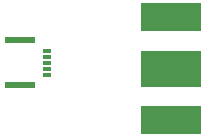
<source format=gts>
G04 ===== Begin FILE IDENTIFICATION =====*
G04 File Format:  Gerber RS274X*
G04 ===== End FILE IDENTIFICATION =====*
%FSLAX24Y24*%
%MOMM*%
%SFA1.0000B1.0000*%
%OFA0.0B0.0*%
%ADD14R,2.601000X0.599500*%
%ADD15R,0.800100X0.350600*%
%ADD16R,5.080000X2.413000*%
%ADD17R,5.080000X3.068000*%
%LNsolder_mask*%
%IPPOS*%
%LPD*%
G75*
D14*
X15545Y41858D03*
Y79857D03*
D15*
X38558Y50875D03*
Y55879D03*
Y60857D03*
Y65861D03*
Y70865D03*
D16*
X142958Y12065D03*
D17*
Y55879D03*
D16*
Y99695D03*
M02*


</source>
